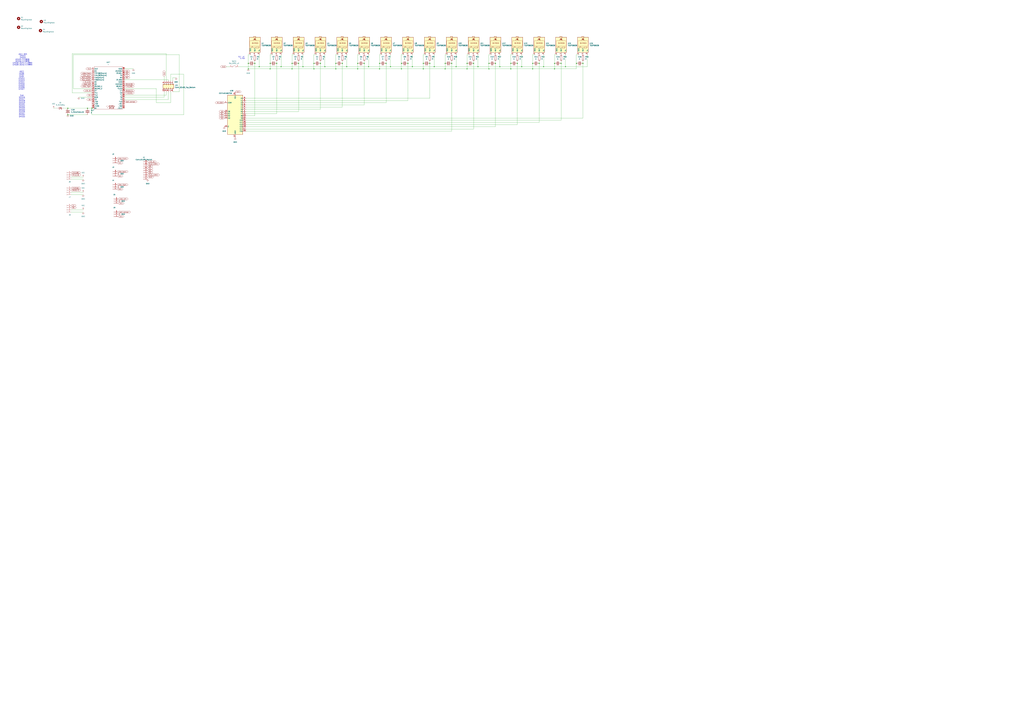
<source format=kicad_sch>
(kicad_sch (version 20250114) (generator "eeschema") (generator_version "9.0")
  (paper "A0")
  (text "ADC1 系列\nGPIO32\nGPIO33\nGPIO34（入力専用）\nGPIO35（入力専用）\nGPIO36 (SVP)（入力専用）\nGPIO39 (SVN)（入力専用）" (at 26.416 69.342 0) (effects (font (size 1.27 1.27))))
  (text "0.1	uF" (at 280.416 66.04 0) (effects (font (size 1.27 1.27))))
  (text "ADC2\nGPIO0\nGPIO2\nGPIO4\nGPIO12\nGPIO13\nGPIO14\nGPIO15\nGPIO25\nGPIO26\nGPIO27" (at 25.146 93.472 0) (effects (font (size 1.27 1.27))))
  (text "4.7kΩ" (at 281.432 68.072 0) (effects (font (size 1.27 1.27))))
  (text "PWM\nGPIO16\nGPIO17\nGPIO18\nGPIO19\nGPIO21\nGPIO22\nGPIO23\nGPIO25\nGPIO26\nGPIO27\nGPIO32\nGPIO33" (at 25.4 123.444 0) (effects (font (size 1.27 1.27))))
  (junction (at 600.71 73.66))
  (junction (at 397.51 73.66))
  (junction (at 415.29 73.66))
  (junction (at 106.68 125.73))
  (junction (at 295.91 73.66))
  (junction (at 542.29 80.01))
  (junction (at 389.89 73.66))
  (junction (at 466.09 73.66))
  (junction (at 326.39 77.47))
  (junction (at 339.09 73.66))
  (junction (at 402.59 77.47))
  (junction (at 516.89 80.01))
  (junction (at 669.29 73.66))
  (junction (at 389.89 80.01))
  (junction (at 101.6 125.73))
  (junction (at 626.11 73.66))
  (junction (at 656.59 77.47))
  (junction (at 313.69 73.66))
  (junction (at 321.31 73.66))
  (junction (at 643.89 73.66))
  (junction (at 300.99 77.47))
  (junction (at 554.99 77.47))
  (junction (at 651.51 73.66))
  (junction (at 346.71 73.66))
  (junction (at 499.11 73.66))
  (junction (at 313.69 80.01))
  (junction (at 567.69 73.66))
  (junction (at 78.74 133.35))
  (junction (at 631.19 77.47))
  (junction (at 580.39 77.47))
  (junction (at 605.79 77.47))
  (junction (at 364.49 73.66))
  (junction (at 504.19 77.47))
  (junction (at 288.29 73.66))
  (junction (at 542.29 73.66))
  (junction (at 288.29 80.01))
  (junction (at 78.74 125.73))
  (junction (at 491.49 80.01))
  (junction (at 593.09 73.66))
  (junction (at 478.79 77.47))
  (junction (at 643.89 80.01))
  (junction (at 676.91 73.66))
  (junction (at 422.91 73.66))
  (junction (at 448.31 73.66))
  (junction (at 593.09 80.01))
  (junction (at 529.59 77.47))
  (junction (at 549.91 73.66))
  (junction (at 372.11 73.66))
  (junction (at 466.09 80.01))
  (junction (at 491.49 73.66))
  (junction (at 364.49 80.01))
  (junction (at 440.69 73.66))
  (junction (at 516.89 73.66))
  (junction (at 415.29 80.01))
  (junction (at 575.31 73.66))
  (junction (at 351.79 77.47))
  (junction (at 339.09 80.01))
  (junction (at 524.51 73.66))
  (junction (at 453.39 77.47))
  (junction (at 618.49 73.66))
  (junction (at 618.49 80.01))
  (junction (at 377.19 77.47))
  (junction (at 440.69 80.01))
  (junction (at 473.71 73.66))
  (junction (at 427.99 77.47))
  (junction (at 567.69 80.01))
  (wire (pts (xy 392.43 63.5) (xy 389.89 63.5)))
  (wire (pts (xy 529.59 63.5) (xy 529.59 77.47)))
  (wire (pts (xy 643.89 63.5) (xy 643.89 73.66)))
  (wire (pts (xy 605.79 63.5) (xy 605.79 77.47)))
  (wire (pts (xy 372.11 127) (xy 372.11 73.66)))
  (wire (pts (xy 295.91 134.62) (xy 295.91 73.66)))
  (wire (pts (xy 326.39 77.47) (xy 351.79 77.47)))
  (wire (pts (xy 567.69 63.5) (xy 567.69 73.66)))
  (wire (pts (xy 570.23 63.5) (xy 567.69 63.5)))
  (wire (pts (xy 321.31 71.12) (xy 321.31 73.66)))
  (wire (pts (xy 285.75 132.08) (xy 321.31 132.08)))
  (wire (pts (xy 208.28 106.68) (xy 200.66 106.68)))
  (wire (pts (xy 402.59 63.5) (xy 402.59 77.47)))
  (wire (pts (xy 285.75 147.32) (xy 575.31 147.32)))
  (wire (pts (xy 106.68 102.87) (xy 85.09 102.87)))
  (wire (pts (xy 82.55 243.84) (xy 96.52 243.84)))
  (wire (pts (xy 339.09 63.5) (xy 339.09 73.66)))
  (wire (pts (xy 377.19 77.47) (xy 402.59 77.47)))
  (wire (pts (xy 593.09 73.66) (xy 593.09 80.01)))
  (wire (pts (xy 200.66 93.98) (xy 200.66 90.17)))
  (wire (pts (xy 554.99 77.47) (xy 580.39 77.47)))
  (wire (pts (xy 499.11 71.12) (xy 499.11 73.66)))
  (wire (pts (xy 190.5 106.68) (xy 190.5 113.03)))
  (wire (pts (xy 154.94 80.01) (xy 144.78 80.01)))
  (wire (pts (xy 651.51 71.12) (xy 651.51 73.66)))
  (wire (pts (xy 618.49 63.5) (xy 618.49 73.66)))
  (wire (pts (xy 519.43 63.5) (xy 516.89 63.5)))
  (wire (pts (xy 144.78 92.71) (xy 195.58 92.71)))
  (wire (pts (xy 466.09 73.66) (xy 466.09 80.01)))
  (wire (pts (xy 193.04 62.23) (xy 193.04 93.98)))
  (wire (pts (xy 276.86 77.47) (xy 300.99 77.47)))
  (wire (pts (xy 402.59 77.47) (xy 427.99 77.47)))
  (wire (pts (xy 389.89 80.01) (xy 415.29 80.01)))
  (wire (pts (xy 285.75 139.7) (xy 651.51 139.7)))
  (wire (pts (xy 415.29 73.66) (xy 415.29 80.01)))
  (wire (pts (xy 643.89 80.01) (xy 669.29 80.01)))
  (wire (pts (xy 478.79 63.5) (xy 478.79 77.47)))
  (wire (pts (xy 285.75 142.24) (xy 626.11 142.24)))
  (wire (pts (xy 285.75 116.84) (xy 473.71 116.84)))
  (wire (pts (xy 213.36 133.35) (xy 106.68 133.35)))
  (wire (pts (xy 417.83 63.5) (xy 415.29 63.5)))
  (wire (pts (xy 656.59 63.5) (xy 656.59 77.47)))
  (wire (pts (xy 580.39 77.47) (xy 605.79 77.47)))
  (wire (pts (xy 195.58 92.71) (xy 195.58 93.98)))
  (wire (pts (xy 285.75 119.38) (xy 448.31 119.38)))
  (wire (pts (xy 351.79 63.5) (xy 351.79 77.47)))
  (wire (pts (xy 448.31 71.12) (xy 448.31 73.66)))
  (wire (pts (xy 626.11 71.12) (xy 626.11 73.66)))
  (wire (pts (xy 285.75 114.3) (xy 499.11 114.3)))
  (wire (pts (xy 549.91 149.86) (xy 549.91 73.66)))
  (wire (pts (xy 285.75 137.16) (xy 676.91 137.16)))
  (wire (pts (xy 440.69 63.5) (xy 440.69 73.66)))
  (wire (pts (xy 285.75 121.92) (xy 422.91 121.92)))
  (wire (pts (xy 567.69 73.66) (xy 567.69 80.01)))
  (wire (pts (xy 91.44 113.03) (xy 106.68 113.03)))
  (wire (pts (xy 593.09 63.5) (xy 593.09 73.66)))
  (wire (pts (xy 516.89 80.01) (xy 542.29 80.01)))
  (wire (pts (xy 339.09 73.66) (xy 339.09 80.01)))
  (wire (pts (xy 516.89 63.5) (xy 516.89 73.66)))
  (wire (pts (xy 285.75 144.78) (xy 600.71 144.78)))
  (wire (pts (xy 529.59 77.47) (xy 554.99 77.47)))
  (wire (pts (xy 669.29 63.5) (xy 669.29 73.66)))
  (wire (pts (xy 198.12 93.98) (xy 198.12 86.36)))
  (wire (pts (xy 285.75 124.46) (xy 397.51 124.46)))
  (wire (pts (xy 389.89 73.66) (xy 389.89 80.01)))
  (wire (pts (xy 524.51 73.66) (xy 524.51 152.4)))
  (wire (pts (xy 595.63 63.5) (xy 593.09 63.5)))
  (wire (pts (xy 285.75 149.86) (xy 549.91 149.86)))
  (wire (pts (xy 377.19 63.5) (xy 377.19 77.47)))
  (wire (pts (xy 549.91 71.12) (xy 549.91 73.66)))
  (wire (pts (xy 346.71 129.54) (xy 346.71 73.66)))
  (wire (pts (xy 491.49 80.01) (xy 516.89 80.01)))
  (wire (pts (xy 656.59 77.47) (xy 681.99 77.47)))
  (wire (pts (xy 618.49 80.01) (xy 643.89 80.01)))
  (wire (pts (xy 499.11 114.3) (xy 499.11 73.66)))
  (wire (pts (xy 542.29 80.01) (xy 567.69 80.01)))
  (wire (pts (xy 339.09 63.5) (xy 341.63 63.5)))
  (wire (pts (xy 288.29 63.5) (xy 288.29 73.66)))
  (wire (pts (xy 82.55 226.06) (xy 96.52 226.06)))
  (wire (pts (xy 567.69 80.01) (xy 593.09 80.01)))
  (wire (pts (xy 491.49 73.66) (xy 491.49 80.01)))
  (wire (pts (xy 397.51 73.66) (xy 397.51 124.46)))
  (wire (pts (xy 193.04 110.49) (xy 193.04 106.68)))
  (wire (pts (xy 580.39 63.5) (xy 580.39 77.47)))
  (wire (pts (xy 415.29 80.01) (xy 440.69 80.01)))
  (wire (pts (xy 144.78 110.49) (xy 193.04 110.49)))
  (wire (pts (xy 542.29 63.5) (xy 542.29 73.66)))
  (wire (pts (xy 190.5 113.03) (xy 144.78 113.03)))
  (wire (pts (xy 448.31 119.38) (xy 448.31 73.66)))
  (wire (pts (xy 621.03 63.5) (xy 618.49 63.5)))
  (wire (pts (xy 600.71 71.12) (xy 600.71 73.66)))
  (wire (pts (xy 313.69 80.01) (xy 339.09 80.01)))
  (wire (pts (xy 440.69 80.01) (xy 466.09 80.01)))
  (wire (pts (xy 646.43 63.5) (xy 643.89 63.5)))
  (wire (pts (xy 313.69 73.66) (xy 313.69 80.01)))
  (wire (pts (xy 295.91 73.66) (xy 295.91 71.12)))
  (wire (pts (xy 208.28 63.5) (xy 208.28 106.68)))
  (wire (pts (xy 364.49 73.66) (xy 364.49 80.01)))
  (wire (pts (xy 504.19 77.47) (xy 529.59 77.47)))
  (wire (pts (xy 542.29 73.66) (xy 542.29 80.01)))
  (wire (pts (xy 285.75 129.54) (xy 346.71 129.54)))
  (wire (pts (xy 516.89 73.66) (xy 516.89 80.01)))
  (wire (pts (xy 422.91 71.12) (xy 422.91 73.66)))
  (wire (pts (xy 285.75 127) (xy 372.11 127)))
  (wire (pts (xy 575.31 147.32) (xy 575.31 73.66)))
  (wire (pts (xy 300.99 77.47) (xy 326.39 77.47)))
  (wire (pts (xy 82.55 223.52) (xy 96.52 223.52)))
  (wire (pts (xy 190.5 88.9) (xy 190.5 93.98)))
  (wire (pts (xy 200.66 90.17) (xy 204.47 90.17)))
  (wire (pts (xy 676.91 137.16) (xy 676.91 73.66)))
  (wire (pts (xy 466.09 63.5) (xy 466.09 73.66)))
  (wire (pts (xy 213.36 86.36) (xy 213.36 133.35)))
  (wire (pts (xy 427.99 77.47) (xy 453.39 77.47)))
  (wire (pts (xy 631.19 63.5) (xy 631.19 77.47)))
  (wire (pts (xy 144.78 102.87) (xy 181.61 102.87)))
  (wire (pts (xy 618.49 73.66) (xy 618.49 80.01)))
  (wire (pts (xy 300.99 63.5) (xy 300.99 77.47)))
  (wire (pts (xy 73.66 125.73) (xy 78.74 125.73)))
  (wire (pts (xy 181.61 102.87) (xy 181.61 119.38)))
  (wire (pts (xy 106.68 133.35) (xy 106.68 125.73)))
  (wire (pts (xy 473.71 71.12) (xy 473.71 73.66)))
  (wire (pts (xy 101.6 125.73) (xy 106.68 125.73)))
  (wire (pts (xy 524.51 71.12) (xy 524.51 73.66)))
  (wire (pts (xy 83.82 107.95) (xy 83.82 62.23)))
  (wire (pts (xy 62.23 125.73) (xy 66.04 125.73)))
  (wire (pts (xy 285.75 152.4) (xy 524.51 152.4)))
  (wire (pts (xy 198.12 119.38) (xy 198.12 106.68)))
  (wire (pts (xy 676.91 71.12) (xy 676.91 73.66)))
  (wire (pts (xy 198.12 86.36) (xy 213.36 86.36)))
  (wire (pts (xy 468.63 63.5) (xy 466.09 63.5)))
  (wire (pts (xy 82.55 246.38) (xy 96.52 246.38)))
  (wire (pts (xy 181.61 119.38) (xy 198.12 119.38)))
  (wire (pts (xy 364.49 63.5) (xy 364.49 73.66)))
  (wire (pts (xy 473.71 116.84) (xy 473.71 73.66)))
  (wire (pts (xy 605.79 77.47) (xy 631.19 77.47)))
  (wire (pts (xy 593.09 80.01) (xy 618.49 80.01)))
  (wire (pts (xy 427.99 63.5) (xy 427.99 77.47)))
  (wire (pts (xy 346.71 71.12) (xy 346.71 73.66)))
  (wire (pts (xy 453.39 63.5) (xy 453.39 77.47)))
  (wire (pts (xy 669.29 73.66) (xy 669.29 80.01)))
  (wire (pts (xy 478.79 77.47) (xy 504.19 77.47)))
  (wire (pts (xy 326.39 63.5) (xy 326.39 77.47)))
  (wire (pts (xy 397.51 71.12) (xy 397.51 73.66)))
  (wire (pts (xy 364.49 80.01) (xy 389.89 80.01)))
  (wire (pts (xy 389.89 63.5) (xy 389.89 73.66)))
  (wire (pts (xy 285.75 134.62) (xy 295.91 134.62)))
  (wire (pts (xy 82.55 208.28) (xy 96.52 208.28)))
  (wire (pts (xy 313.69 63.5) (xy 316.23 63.5)))
  (wire (pts (xy 544.83 63.5) (xy 542.29 63.5)))
  (wire (pts (xy 643.89 73.66) (xy 643.89 80.01)))
  (wire (pts (xy 600.71 144.78) (xy 600.71 73.66)))
  (wire (pts (xy 631.19 77.47) (xy 656.59 77.47)))
  (wire (pts (xy 681.99 77.47) (xy 681.99 63.5)))
  (wire (pts (xy 85.09 102.87) (xy 85.09 63.5)))
  (wire (pts (xy 106.68 107.95) (xy 83.82 107.95)))
  (wire (pts (xy 422.91 121.92) (xy 422.91 73.66)))
  (wire (pts (xy 78.74 125.73) (xy 101.6 125.73)))
  (wire (pts (xy 415.29 63.5) (xy 415.29 73.66)))
  (wire (pts (xy 82.55 205.74) (xy 96.52 205.74)))
  (wire (pts (xy 288.29 63.5) (xy 290.83 63.5)))
  (wire (pts (xy 575.31 71.12) (xy 575.31 73.66)))
  (wire (pts (xy 195.58 106.68) (xy 195.58 115.57)))
  (wire (pts (xy 288.29 80.01) (xy 288.29 73.66)))
  (wire (pts (xy 453.39 77.47) (xy 478.79 77.47)))
  (wire (pts (xy 313.69 80.01) (xy 288.29 80.01)))
  (wire (pts (xy 78.74 133.35) (xy 101.6 133.35)))
  (wire (pts (xy 494.03 63.5) (xy 491.49 63.5)))
  (wire (pts (xy 321.31 132.08) (xy 321.31 73.66)))
  (wire (pts (xy 339.09 80.01) (xy 364.49 80.01)))
  (wire (pts (xy 466.09 80.01) (xy 491.49 80.01)))
  (wire (pts (xy 144.78 115.57) (xy 195.58 115.57)))
  (wire (pts (xy 651.51 139.7) (xy 651.51 73.66)))
  (wire (pts (xy 372.11 71.12) (xy 372.11 73.66)))
  (wire (pts (xy 83.82 62.23) (xy 193.04 62.23)))
  (wire (pts (xy 313.69 63.5) (xy 313.69 73.66)))
  (wire (pts (xy 351.79 77.47) (xy 377.19 77.47)))
  (wire (pts (xy 85.09 63.5) (xy 208.28 63.5)))
  (wire (pts (xy 669.29 63.5) (xy 671.83 63.5)))
  (wire (pts (xy 554.99 63.5) (xy 554.99 77.47)))
  (wire (pts (xy 262.89 77.47) (xy 266.7 77.47)))
  (wire (pts (xy 443.23 63.5) (xy 440.69 63.5)))
  (wire (pts (xy 504.19 63.5) (xy 504.19 77.47)))
  (wire (pts (xy 367.03 63.5) (xy 364.49 63.5)))
  (wire (pts (xy 626.11 142.24) (xy 626.11 73.66)))
  (wire (pts (xy 440.69 73.66) (xy 440.69 80.01)))
  (wire (pts (xy 491.49 63.5) (xy 491.49 73.66)))
  (global_label "3v3" (shape bidirectional) (at 135.89 204.47 0) (property "Intersheetrefs" "${INTERSHEET_REFS}" (effects (hide yes))))
  (global_label "3v3" (shape bidirectional) (at 135.89 219.71 0) (property "Intersheetrefs" "${INTERSHEET_REFS}" (effects (hide yes))))
  (global_label "TX2(16)" (shape bidirectional) (at 144.78 107.95 0) (property "Intersheetrefs" "${INTERSHEET_REFS}" (effects (hide yes))))
  (global_label "side_left" (shape bidirectional) (at 137.16 231.14 0) (property "Intersheetrefs" "${INTERSHEET_REFS}" (effects (hide yes))))
  (global_label "S0" (shape bidirectional) (at 171.45 193.04 0) (property "Intersheetrefs" "${INTERSHEET_REFS}" (effects (hide yes))))
  (global_label "IR_COM" (shape bidirectional) (at 106.68 95.25 180) (property "Intersheetrefs" "${INTERSHEET_REFS}" (effects (hide yes))))
  (global_label "LED_IO" (shape bidirectional) (at 106.68 105.41 180) (property "Intersheetrefs" "${INTERSHEET_REFS}" (effects (hide yes))))
  (global_label "S0" (shape bidirectional) (at 260.35 129.54 180) (property "Intersheetrefs" "${INTERSHEET_REFS}" (effects (hide yes))))
  (global_label "S3" (shape bidirectional) (at 171.45 200.66 0) (property "Intersheetrefs" "${INTERSHEET_REFS}" (effects (hide yes))))
  (global_label "ball_sensor" (shape bidirectional) (at 144.78 118.11 0) (property "Intersheetrefs" "${INTERSHEET_REFS}" (effects (hide yes))))
  (global_label "RX2(17)" (shape bidirectional) (at 144.78 105.41 0) (property "Intersheetrefs" "${INTERSHEET_REFS}" (effects (hide yes))))
  (global_label "3v3" (shape bidirectional) (at 171.45 205.74 0) (property "Intersheetrefs" "${INTERSHEET_REFS}" (effects (hide yes))))
  (global_label "3v3" (shape bidirectional) (at 137.16 236.22 0) (property "Intersheetrefs" "${INTERSHEET_REFS}" (effects (hide yes))))
  (global_label "3v3" (shape bidirectional) (at 190.5 88.9 90) (property "Intersheetrefs" "${INTERSHEET_REFS}" (effects (hide yes))))
  (global_label "MUX_COM2" (shape bidirectional) (at 171.45 203.2 0) (property "Intersheetrefs" "${INTERSHEET_REFS}" (effects (hide yes))))
  (global_label "3v3" (shape bidirectional) (at 262.89 77.47 180) (property "Intersheetrefs" "${INTERSHEET_REFS}" (effects (hide yes))))
  (global_label "TX1(18)" (shape bidirectional) (at 144.78 100.33 0) (property "Intersheetrefs" "${INTERSHEET_REFS}" (effects (hide yes))))
  (global_label "3v3" (shape bidirectional) (at 135.89 189.23 0) (property "Intersheetrefs" "${INTERSHEET_REFS}" (effects (hide yes))))
  (global_label "S3" (shape bidirectional) (at 144.78 82.55 0) (property "Intersheetrefs" "${INTERSHEET_REFS}" (effects (hide yes))))
  (global_label "RX1(19)" (shape bidirectional) (at 82.55 203.2 0) (property "Intersheetrefs" "${INTERSHEET_REFS}" (effects (hide yes))))
  (global_label "side_back" (shape bidirectional) (at 106.68 87.63 180) (property "Intersheetrefs" "${INTERSHEET_REFS}" (effects (hide yes))))
  (global_label "side_left" (shape bidirectional) (at 106.68 97.79 180) (property "Intersheetrefs" "${INTERSHEET_REFS}" (effects (hide yes))))
  (global_label "side_back" (shape bidirectional) (at 135.89 199.39 0) (property "Intersheetrefs" "${INTERSHEET_REFS}" (effects (hide yes))))
  (global_label "S2" (shape bidirectional) (at 171.45 198.12 0) (property "Intersheetrefs" "${INTERSHEET_REFS}" (effects (hide yes))))
  (global_label "RX" (shape bidirectional) (at 144.78 90.17 0) (property "Intersheetrefs" "${INTERSHEET_REFS}" (effects (hide yes))))
  (global_label "3v3" (shape bidirectional) (at 137.16 251.46 0) (property "Intersheetrefs" "${INTERSHEET_REFS}" (effects (hide yes))))
  (global_label "S0" (shape bidirectional) (at 106.68 115.57 180) (property "Intersheetrefs" "${INTERSHEET_REFS}" (effects (hide yes))))
  (global_label "TX" (shape bidirectional) (at 144.78 87.63 0) (property "Intersheetrefs" "${INTERSHEET_REFS}" (effects (hide yes))))
  (global_label "S2" (shape bidirectional) (at 260.35 134.62 180) (property "Intersheetrefs" "${INTERSHEET_REFS}" (effects (hide yes))))
  (global_label "TX" (shape bidirectional) (at 82.55 238.76 0) (property "Intersheetrefs" "${INTERSHEET_REFS}" (effects (hide yes))))
  (global_label "side_front" (shape bidirectional) (at 106.68 85.09 180) (property "Intersheetrefs" "${INTERSHEET_REFS}" (effects (hide yes))))
  (global_label "3v3" (shape bidirectional) (at 106.68 80.01 180) (property "Intersheetrefs" "${INTERSHEET_REFS}" (effects (hide yes))))
  (global_label "MUX_COM1" (shape bidirectional) (at 171.45 190.5 0) (property "Intersheetrefs" "${INTERSHEET_REFS}" (effects (hide yes))))
  (global_label "LED_IO" (shape bidirectional) (at 171.45 187.96 0) (property "Intersheetrefs" "${INTERSHEET_REFS}" (effects (hide yes))))
  (global_label "S2" (shape bidirectional) (at 144.78 85.09 0) (property "Intersheetrefs" "${INTERSHEET_REFS}" (effects (hide yes))))
  (global_label "RX2(17)" (shape bidirectional) (at 82.55 220.98 0) (property "Intersheetrefs" "${INTERSHEET_REFS}" (effects (hide yes))))
  (global_label "MUX_COM2" (shape bidirectional) (at 106.68 90.17 180) (property "Intersheetrefs" "${INTERSHEET_REFS}" (effects (hide yes))))
  (global_label "TX1(18)" (shape bidirectional) (at 82.55 200.66 0) (property "Intersheetrefs" "${INTERSHEET_REFS}" (effects (hide yes))))
  (global_label "S1" (shape bidirectional) (at 106.68 110.49 180) (property "Intersheetrefs" "${INTERSHEET_REFS}" (effects (hide yes))))
  (global_label "side_right" (shape bidirectional) (at 106.68 100.33 180) (property "Intersheetrefs" "${INTERSHEET_REFS}" (effects (hide yes))))
  (global_label "S3" (shape bidirectional) (at 260.35 137.16 180) (property "Intersheetrefs" "${INTERSHEET_REFS}" (effects (hide yes))))
  (global_label "RX1(19)" (shape bidirectional) (at 144.78 97.79 0) (property "Intersheetrefs" "${INTERSHEET_REFS}" (effects (hide yes))))
  (global_label "IR_COM" (shape bidirectional) (at 260.35 119.38 180) (property "Intersheetrefs" "${INTERSHEET_REFS}" (effects (hide yes))))
  (global_label "TX2(16)" (shape bidirectional) (at 82.55 218.44 0) (property "Intersheetrefs" "${INTERSHEET_REFS}" (effects (hide yes))))
  (global_label "side_right" (shape bidirectional) (at 135.89 214.63 0) (property "Intersheetrefs" "${INTERSHEET_REFS}" (effects (hide yes))))
  (global_label "RX" (shape bidirectional) (at 82.55 241.3 0) (property "Intersheetrefs" "${INTERSHEET_REFS}" (effects (hide yes))))
  (global_label "ball_sensor" (shape bidirectional) (at 137.16 246.38 0) (property "Intersheetrefs" "${INTERSHEET_REFS}" (effects (hide yes))))
  (global_label "3v3" (shape bidirectional) (at 273.05 106.68 0) (property "Intersheetrefs" "${INTERSHEET_REFS}" (effects (hide yes))))
  (global_label "S1" (shape bidirectional) (at 260.35 132.08 180) (property "Intersheetrefs" "${INTERSHEET_REFS}" (effects (hide yes))))
  (global_label "S1" (shape bidirectional) (at 171.45 195.58 0) (property "Intersheetrefs" "${INTERSHEET_REFS}" (effects (hide yes))))
  (global_label "side_front" (shape bidirectional) (at 135.89 184.15 0) (property "Intersheetrefs" "${INTERSHEET_REFS}" (effects (hide yes))))
  (global_label "MUX_COM1" (shape bidirectional) (at 106.68 92.71 180) (property "Intersheetrefs" "${INTERSHEET_REFS}" (effects (hide yes))))
  (symbol (lib_id "Sensor_Proximity:TSSP58038") (at 321.31 53.34 270) (unit 1)
    (property "Reference" "U2" (at 328.93 50.3349 90) (effects (justify left)))
    (property "Value" "TSSP58038" (at 328.93 52.8749 90) (effects (justify left)))
    (property "Footprint" "ESP32_devModule:TSSP_EDITED" (effects (hide yes)))
    (property "Datasheet" "http://www.vishay.com/docs/82476/tssp58p38.pdf" (effects (hide yes)))
    (property "Description" "IR Detector for Mid Range Proximity Sensor" (effects (hide yes)))
  )
  (symbol (lib_id "Sensor_Proximity:TSSP58038") (at 372.11 53.34 270) (unit 1)
    (property "Reference" "U4" (at 379.73 50.3349 90) (effects (justify left)))
    (property "Value" "TSSP58038" (at 379.73 52.8749 90) (effects (justify left)))
    (property "Footprint" "ESP32_devModule:TSSP_EDITED" (effects (hide yes)))
    (property "Datasheet" "http://www.vishay.com/docs/82476/tssp58p38.pdf" (effects (hide yes)))
    (property "Description" "IR Detector for Mid Range Proximity Sensor" (effects (hide yes)))
  )
  (symbol (lib_id "Device:R") (at 295.91 67.31 0) (unit 1)
    (property "Reference" "R1" (at 298.45 66.0399 0) (effects (justify left)))
    (property "Value" "R" (at 298.45 68.5799 0) (effects (justify left)))
    (property "Footprint" "Resistor_SMD:R_0603_1608Metric_Pad0.98x0.95mm_HandSolder" (effects (hide yes)))
    (property "Description" "Resistor" (effects (hide yes)))
  )
  (symbol (lib_id "power:GND") (at 204.47 90.17 0) (unit 1)
    (property "Reference" "#PWR020" (effects (hide yes)))
    (property "Value" "GND" (at 204.47 95.25 0))
    (property "Description" "Power symbol creates a global label with name \"GND\" , ground" (effects (hide yes)))
  )
  (symbol (lib_id "Connector:Conn_01x03_Socket") (at 130.81 186.69 180) (unit 1)
    (property "Reference" "J2" (at 131.445 179.07 0))
    (property "Value" "Conn_01x03_Socket" (effects (hide yes)))
    (property "Footprint" "Connector_JST:JST_PH_B3B-PH-K_1x03_P2.00mm_Vertical" (effects (hide yes)))
    (property "Description" "Generic connector, single row, 01x03, script generated" (effects (hide yes)))
  )
  (symbol (lib_id "Device:C") (at 546.1 73.66 270) (unit 1)
    (property "Reference" "C11" (at 546.1 66.04 90))
    (property "Value" "C" (at 546.1 68.58 90))
    (property "Footprint" "Capacitor_SMD:C_0603_1608Metric_Pad1.08x0.95mm_HandSolder" (effects (hide yes)))
    (property "Description" "Unpolarized capacitor" (effects (hide yes)))
  )
  (symbol (lib_id "Sensor_Proximity:TSSP58038") (at 448.31 53.34 270) (unit 1)
    (property "Reference" "U7" (at 455.93 50.3349 90) (effects (justify left)))
    (property "Value" "TSSP58038" (at 455.93 52.8749 90) (effects (justify left)))
    (property "Footprint" "ESP32_devModule:TSSP_EDITED" (effects (hide yes)))
    (property "Datasheet" "http://www.vishay.com/docs/82476/tssp58p38.pdf" (effects (hide yes)))
    (property "Description" "IR Detector for Mid Range Proximity Sensor" (effects (hide yes)))
  )
  (symbol (lib_id "power:GND") (at 96.52 246.38 0) (unit 1)
    (property "Reference" "#PWR010" (effects (hide yes)))
    (property "Value" "GND" (at 96.52 251.46 0))
    (property "Description" "Power symbol creates a global label with name \"GND\" , ground" (effects (hide yes)))
  )
  (symbol (lib_id "Device:R") (at 397.51 67.31 0) (unit 1)
    (property "Reference" "R5" (at 400.05 66.0399 0) (effects (justify left)))
    (property "Value" "R" (at 400.05 68.5799 0) (effects (justify left)))
    (property "Footprint" "Resistor_SMD:R_0603_1608Metric_Pad0.98x0.95mm_HandSolder" (effects (hide yes)))
    (property "Description" "Resistor" (effects (hide yes)))
  )
  (symbol (lib_id "Device:R") (at 626.11 67.31 0) (unit 1)
    (property "Reference" "R14" (at 628.65 66.0399 0) (effects (justify left)))
    (property "Value" "R" (at 628.65 68.5799 0) (effects (justify left)))
    (property "Footprint" "Resistor_SMD:R_0603_1608Metric_Pad0.98x0.95mm_HandSolder" (effects (hide yes)))
    (property "Description" "Resistor" (effects (hide yes)))
  )
  (symbol (lib_id "Device:R") (at 499.11 67.31 0) (unit 1)
    (property "Reference" "R9" (at 501.65 66.0399 0) (effects (justify left)))
    (property "Value" "R" (at 501.65 68.5799 0) (effects (justify left)))
    (property "Footprint" "Resistor_SMD:R_0603_1608Metric_Pad0.98x0.95mm_HandSolder" (effects (hide yes)))
    (property "Description" "Resistor" (effects (hide yes)))
  )
  (symbol (lib_id "power:VCC") (at 96.52 223.52 0) (unit 1)
    (property "Reference" "#PWR012" (effects (hide yes)))
    (property "Value" "VCC" (at 96.52 218.44 0))
    (property "Description" "Power symbol creates a global label with name \"VCC\"" (effects (hide yes)))
  )
  (symbol (lib_id "Switch:SW_DPST_x2") (at 271.78 77.47 0) (unit 1)
    (property "Reference" "SW1" (at 271.78 71.12 0))
    (property "Value" "SW_DPST_x2" (at 271.78 73.66 0))
    (property "Footprint" "Connector_PinHeader_2.54mm:PinHeader_1x03_P2.54mm_Vertical" (effects (hide yes)))
    (property "Description" "Single Pole Single Throw (SPST) switch, separate symbol" (effects (hide yes)))
  )
  (symbol (lib_id "Device:R") (at 422.91 67.31 0) (unit 1)
    (property "Reference" "R6" (at 425.45 66.0399 0) (effects (justify left)))
    (property "Value" "R" (at 425.45 68.5799 0) (effects (justify left)))
    (property "Footprint" "Resistor_SMD:R_0603_1608Metric_Pad0.98x0.95mm_HandSolder" (effects (hide yes)))
    (property "Description" "Resistor" (effects (hide yes)))
  )
  (symbol (lib_id "ESP32_devModule:ESP32") (at 125.73 102.87 0) (unit 1)
    (property "Reference" "U17" (at 125.73 72.39 0))
    (property "Value" "~" (at 125.73 74.93 0))
    (property "Footprint" "ESP32_devModule:ESP32_devModule" (effects (hide yes)))
  )
  (symbol (lib_id "Device:C") (at 317.5 73.66 270) (unit 1)
    (property "Reference" "C2" (at 317.5 66.04 90))
    (property "Value" "C" (at 317.5 68.58 90))
    (property "Footprint" "Capacitor_SMD:C_0603_1608Metric_Pad1.08x0.95mm_HandSolder" (effects (hide yes)))
    (property "Description" "Unpolarized capacitor" (effects (hide yes)))
  )
  (symbol (lib_id "Device:C") (at 673.1 73.66 270) (unit 1)
    (property "Reference" "C16" (at 673.1 66.04 90))
    (property "Value" "C" (at 673.1 68.58 90))
    (property "Footprint" "Capacitor_SMD:C_0603_1608Metric_Pad1.08x0.95mm_HandSolder" (effects (hide yes)))
    (property "Description" "Unpolarized capacitor" (effects (hide yes)))
  )
  (symbol (lib_id "Sensor_Proximity:TSSP58038") (at 575.31 53.34 270) (unit 1)
    (property "Reference" "U12" (at 582.93 50.3349 90) (effects (justify left)))
    (property "Value" "TSSP58038" (at 582.93 52.8749 90) (effects (justify left)))
    (property "Footprint" "ESP32_devModule:TSSP_EDITED" (effects (hide yes)))
    (property "Datasheet" "http://www.vishay.com/docs/82476/tssp58p38.pdf" (effects (hide yes)))
    (property "Description" "IR Detector for Mid Range Proximity Sensor" (effects (hide yes)))
  )
  (symbol (lib_id "Sensor_Proximity:TSSP58038") (at 346.71 53.34 270) (unit 1)
    (property "Reference" "U3" (at 354.33 50.3349 90) (effects (justify left)))
    (property "Value" "TSSP58038" (at 354.33 52.8749 90) (effects (justify left)))
    (property "Footprint" "ESP32_devModule:TSSP_EDITED" (effects (hide yes)))
    (property "Datasheet" "http://www.vishay.com/docs/82476/tssp58p38.pdf" (effects (hide yes)))
    (property "Description" "IR Detector for Mid Range Proximity Sensor" (effects (hide yes)))
  )
  (symbol (lib_id "Sensor_Proximity:TSSP58038") (at 295.91 53.34 270) (unit 1)
    (property "Reference" "U1" (at 303.53 50.3349 90) (effects (justify left)))
    (property "Value" "TSSP58038" (at 303.53 52.8749 90) (effects (justify left)))
    (property "Footprint" "ESP32_devModule:TSSP_EDITED" (effects (hide yes)))
    (property "Datasheet" "http://www.vishay.com/docs/82476/tssp58p38.pdf" (effects (hide yes)))
    (property "Description" "IR Detector for Mid Range Proximity Sensor" (effects (hide yes)))
  )
  (symbol (lib_id "Device:R") (at 600.71 67.31 0) (unit 1)
    (property "Reference" "R13" (at 603.25 66.0399 0) (effects (justify left)))
    (property "Value" "R" (at 603.25 68.5799 0) (effects (justify left)))
    (property "Footprint" "Resistor_SMD:R_0603_1608Metric_Pad0.98x0.95mm_HandSolder" (effects (hide yes)))
    (property "Description" "Resistor" (effects (hide yes)))
  )
  (symbol (lib_id "Sensor_Proximity:TSSP58038") (at 397.51 53.34 270) (unit 1)
    (property "Reference" "U5" (at 405.13 50.3349 90) (effects (justify left)))
    (property "Value" "TSSP58038" (at 405.13 52.8749 90) (effects (justify left)))
    (property "Footprint" "ESP32_devModule:TSSP_EDITED" (effects (hide yes)))
    (property "Datasheet" "http://www.vishay.com/docs/82476/tssp58p38.pdf" (effects (hide yes)))
    (property "Description" "IR Detector for Mid Range Proximity Sensor" (effects (hide yes)))
  )
  (symbol (lib_id "power:VCC") (at 96.52 243.84 0) (unit 1)
    (property "Reference" "#PWR013" (effects (hide yes)))
    (property "Value" "VCC" (at 96.52 238.76 0))
    (property "Description" "Power symbol creates a global label with name \"VCC\"" (effects (hide yes)))
  )
  (symbol (lib_id "Device:R") (at 372.11 67.31 0) (unit 1)
    (property "Reference" "R4" (at 374.65 66.0399 0) (effects (justify left)))
    (property "Value" "R" (at 374.65 68.5799 0) (effects (justify left)))
    (property "Footprint" "Resistor_SMD:R_0603_1608Metric_Pad0.98x0.95mm_HandSolder" (effects (hide yes)))
    (property "Description" "Resistor" (effects (hide yes)))
  )
  (symbol (lib_id "power:GND") (at 260.35 147.32 0) (unit 1)
    (property "Reference" "#PWR06" (effects (hide yes)))
    (property "Value" "GND" (at 260.35 152.4 0))
    (property "Description" "Power symbol creates a global label with name \"GND\" , ground" (effects (hide yes)))
  )
  (symbol (lib_id "Connector_Generic:Conn_02x05_Top_Bottom") (at 195.58 99.06 270) (unit 1)
    (property "Reference" "J11" (at 203.2 99.0599 90) (effects (justify left)))
    (property "Value" "Conn_02x05_Top_Bottom" (at 203.2 101.5999 90) (effects (justify left)))
    (property "Footprint" "Connector_PinHeader_2.54mm:PinHeader_2x05_P2.54mm_Vertical" (effects (hide yes)))
    (property "Description" "Generic connector, double row, 02x05, top/bottom pin numbering scheme (row 1: 1...pins_per_row, row2: pins_per_row+1 ... num_pins), script generated (kicad-library-utils/schlib/autogen/connector/)" (effects (hide yes)))
  )
  (symbol (lib_id "Device:C") (at 342.9 73.66 270) (unit 1)
    (property "Reference" "C3" (at 342.9 66.04 90))
    (property "Value" "C" (at 342.9 68.58 90))
    (property "Footprint" "Capacitor_SMD:C_0603_1608Metric_Pad1.08x0.95mm_HandSolder" (effects (hide yes)))
    (property "Description" "Unpolarized capacitor" (effects (hide yes)))
  )
  (symbol (lib_id "Connector:Conn_01x04_Socket") (at 77.47 223.52 180) (unit 1)
    (property "Reference" "J7" (at 81.026 229.108 0))
    (property "Value" "Conn_01x04_Socket" (effects (hide yes)))
    (property "Footprint" "Connector_JST:JST_PH_B4B-PH-K_1x04_P2.00mm_Vertical" (effects (hide yes)))
    (property "Description" "Generic connector, single row, 01x04, script generated" (effects (hide yes)))
  )
  (symbol (lib_id "Sensor_Proximity:TSSP58038") (at 651.51 53.34 270) (unit 1)
    (property "Reference" "U15" (at 659.13 50.3349 90) (effects (justify left)))
    (property "Value" "TSSP58038" (at 659.13 52.8749 90) (effects (justify left)))
    (property "Footprint" "ESP32_devModule:TSSP_EDITED" (effects (hide yes)))
    (property "Datasheet" "http://www.vishay.com/docs/82476/tssp58p38.pdf" (effects (hide yes)))
    (property "Description" "IR Detector for Mid Range Proximity Sensor" (effects (hide yes)))
  )
  (symbol (lib_id "Connector:Conn_01x03_Socket") (at 132.08 248.92 180) (unit 1)
    (property "Reference" "J9" (at 132.715 241.3 0))
    (property "Value" "Conn_01x03_Socket" (effects (hide yes)))
    (property "Footprint" "Connector_JST:JST_PH_B3B-PH-K_1x03_P2.00mm_Vertical" (effects (hide yes)))
    (property "Description" "Generic connector, single row, 01x03, script generated" (effects (hide yes)))
  )
  (symbol (lib_id "Mechanical:MountingHole") (at 21.59 31.75 0) (unit 1) (in_bom no)
    (property "Reference" "H2" (at 24.13 30.4799 0) (effects (justify left)))
    (property "Value" "MountingHole" (at 24.13 33.0199 0) (effects (justify left)))
    (property "Footprint" "MountingHole:MountingHole_3.2mm_M3" (effects (hide yes)))
    (property "Description" "Mounting Hole without connection" (effects (hide yes)))
  )
  (symbol (lib_id "Sensor_Proximity:TSSP58038") (at 473.71 53.34 270) (unit 1)
    (property "Reference" "U8" (at 481.33 50.3349 90) (effects (justify left)))
    (property "Value" "TSSP58038" (at 481.33 52.8749 90) (effects (justify left)))
    (property "Footprint" "ESP32_devModule:TSSP_EDITED" (effects (hide yes)))
    (property "Datasheet" "http://www.vishay.com/docs/82476/tssp58p38.pdf" (effects (hide yes)))
    (property "Description" "IR Detector for Mid Range Proximity Sensor" (effects (hide yes)))
  )
  (symbol (lib_id "power:GND") (at 288.29 80.01 0) (unit 1)
    (property "Reference" "#PWR07" (effects (hide yes)))
    (property "Value" "GND" (at 288.29 85.09 0))
    (property "Description" "Power symbol creates a global label with name \"GND\" , ground" (effects (hide yes)))
  )
  (symbol (lib_id "power:GND") (at 137.16 248.92 90) (unit 1)
    (property "Reference" "#PWR015" (effects (hide yes)))
    (property "Value" "GND" (at 140.97 248.9199 90) (effects (justify right)))
    (property "Description" "Power symbol creates a global label with name \"GND\" , ground" (effects (hide yes)))
  )
  (symbol (lib_id "Mechanical:MountingHole") (at 46.99 35.56 0) (unit 1) (in_bom no)
    (property "Reference" "H4" (at 49.53 34.2899 0) (effects (justify left)))
    (property "Value" "MountingHole" (at 49.53 36.8299 0) (effects (justify left)))
    (property "Footprint" "MountingHole:MountingHole_3.2mm_M3" (effects (hide yes)))
    (property "Description" "Mounting Hole without connection" (effects (hide yes)))
  )
  (symbol (lib_id "power:GND") (at 96.52 208.28 0) (unit 1)
    (property "Reference" "#PWR02" (effects (hide yes)))
    (property "Value" "GND" (at 96.52 213.36 0))
    (property "Description" "Power symbol creates a global label with name \"GND\" , ground" (effects (hide yes)))
  )
  (symbol (lib_id "power:VCC") (at 62.23 125.73 0) (unit 1)
    (property "Reference" "#PWR01" (effects (hide yes)))
    (property "Value" "VCC" (at 62.23 120.65 0))
    (property "Description" "Power symbol creates a global label with name \"VCC\"" (effects (hide yes)))
  )
  (symbol (lib_id "power:GND") (at 171.45 208.28 0) (unit 1)
    (property "Reference" "#PWR09" (effects (hide yes)))
    (property "Value" "GND" (at 171.45 213.36 0))
    (property "Description" "Power symbol creates a global label with name \"GND\" , ground" (effects (hide yes)))
  )
  (symbol (lib_id "Device:R") (at 651.51 67.31 0) (unit 1)
    (property "Reference" "R15" (at 654.05 66.0399 0) (effects (justify left)))
    (property "Value" "R" (at 654.05 68.5799 0) (effects (justify left)))
    (property "Footprint" "Resistor_SMD:R_0603_1608Metric_Pad0.98x0.95mm_HandSolder" (effects (hide yes)))
    (property "Description" "Resistor" (effects (hide yes)))
  )
  (symbol (lib_id "Device:R") (at 676.91 67.31 0) (unit 1)
    (property "Reference" "R16" (at 679.45 66.0399 0) (effects (justify left)))
    (property "Value" "R" (at 679.45 68.5799 0) (effects (justify left)))
    (property "Footprint" "Resistor_SMD:R_0603_1608Metric_Pad0.98x0.95mm_HandSolder" (effects (hide yes)))
    (property "Description" "Resistor" (effects (hide yes)))
  )
  (symbol (lib_id "Device:C") (at 469.9 73.66 270) (unit 1)
    (property "Reference" "C8" (at 469.9 66.04 90))
    (property "Value" "C" (at 469.9 68.58 90))
    (property "Footprint" "Capacitor_SMD:C_0603_1608Metric_Pad1.08x0.95mm_HandSolder" (effects (hide yes)))
    (property "Description" "Unpolarized capacitor" (effects (hide yes)))
  )
  (symbol (lib_id "power:GND") (at 135.89 217.17 90) (unit 1)
    (property "Reference" "#PWR014" (effects (hide yes)))
    (property "Value" "GND" (at 139.7 217.1699 90) (effects (justify right)))
    (property "Description" "Power symbol creates a global label with name \"GND\" , ground" (effects (hide yes)))
  )
  (symbol (lib_id "Device:R") (at 473.71 67.31 0) (unit 1)
    (property "Reference" "R8" (at 476.25 66.0399 0) (effects (justify left)))
    (property "Value" "R" (at 476.25 68.5799 0) (effects (justify left)))
    (property "Footprint" "Resistor_SMD:R_0603_1608Metric_Pad0.98x0.95mm_HandSolder" (effects (hide yes)))
    (property "Description" "Resistor" (effects (hide yes)))
  )
  (symbol (lib_id "74xx:CD74HC4067SM") (at 273.05 132.08 0) (unit 1)
    (property "Reference" "U18" (at 266.954 105.41 0) (effects (justify left)))
    (property "Value" "CD74HC4067SM" (at 254.254 108.458 0) (effects (justify left)))
    (property "Footprint" "Package_SO:SSOP-24_5.3x8.2mm_P0.65mm" (effects (hide yes)))
    (property "Datasheet" "http://www.ti.com/lit/ds/symlink/cd74hc4067.pdf" (effects (hide yes)))
    (property "Description" "High-Speed CMOS Logic 16-Channel Analog Multiplexer/Demultiplexer, SSOP-24" (effects (hide yes)))
  )
  (symbol (lib_id "Device:C") (at 622.3 73.66 270) (unit 1)
    (property "Reference" "C14" (at 622.3 66.04 90))
    (property "Value" "C" (at 622.3 68.58 90))
    (property "Footprint" "Capacitor_SMD:C_0603_1608Metric_Pad1.08x0.95mm_HandSolder" (effects (hide yes)))
    (property "Description" "Unpolarized capacitor" (effects (hide yes)))
  )
  (symbol (lib_id "Device:C") (at 495.3 73.66 270) (unit 1)
    (property "Reference" "C9" (at 495.3 66.04 90))
    (property "Value" "C" (at 495.3 68.58 90))
    (property "Footprint" "Capacitor_SMD:C_0603_1608Metric_Pad1.08x0.95mm_HandSolder" (effects (hide yes)))
    (property "Description" "Unpolarized capacitor" (effects (hide yes)))
  )
  (symbol (lib_id "Device:C") (at 444.5 73.66 270) (unit 1)
    (property "Reference" "C7" (at 444.5 66.04 90))
    (property "Value" "C" (at 444.5 68.58 90))
    (property "Footprint" "Capacitor_SMD:C_0603_1608Metric_Pad1.08x0.95mm_HandSolder" (effects (hide yes)))
    (property "Description" "Unpolarized capacitor" (effects (hide yes)))
  )
  (symbol (lib_id "power:GND") (at 137.16 233.68 90) (unit 1)
    (property "Reference" "#PWR017" (effects (hide yes)))
    (property "Value" "GND" (at 140.97 233.6799 90) (effects (justify right)))
    (property "Description" "Power symbol creates a global label with name \"GND\" , ground" (effects (hide yes)))
  )
  (symbol (lib_id "Sensor_Proximity:TSSP58038") (at 499.11 53.34 270) (unit 1)
    (property "Reference" "U9" (at 506.73 50.3349 90) (effects (justify left)))
    (property "Value" "TSSP58038" (at 506.73 52.8749 90) (effects (justify left)))
    (property "Footprint" "ESP32_devModule:TSSP_EDITED" (effects (hide yes)))
    (property "Datasheet" "http://www.vishay.com/docs/82476/tssp58p38.pdf" (effects (hide yes)))
    (property "Description" "IR Detector for Mid Range Proximity Sensor" (effects (hide yes)))
  )
  (symbol (lib_id "power:GND") (at 135.89 186.69 90) (unit 1)
    (property "Reference" "#PWR018" (effects (hide yes)))
    (property "Value" "GND" (at 139.7 186.6899 90) (effects (justify right)))
    (property "Description" "Power symbol creates a global label with name \"GND\" , ground" (effects (hide yes)))
  )
  (symbol (lib_id "Sensor_Proximity:TSSP58038") (at 422.91 53.34 270) (unit 1)
    (property "Reference" "U6" (at 430.53 50.3349 90) (effects (justify left)))
    (property "Value" "TSSP58038" (at 430.53 52.8749 90) (effects (justify left)))
    (property "Footprint" "ESP32_devModule:TSSP_EDITED" (effects (hide yes)))
    (property "Datasheet" "http://www.vishay.com/docs/82476/tssp58p38.pdf" (effects (hide yes)))
    (property "Description" "IR Detector for Mid Range Proximity Sensor" (effects (hide yes)))
  )
  (symbol (lib_id "power:GND") (at 78.74 133.35 0) (unit 1)
    (property "Reference" "#PWR019" (effects (hide yes)))
    (property "Value" "GND" (at 81.28 134.6199 0) (effects (justify left)))
    (property "Description" "Power symbol creates a global label with name \"GND\" , ground" (effects (hide yes)))
  )
  (symbol (lib_id "Device:R") (at 549.91 67.31 0) (unit 1)
    (property "Reference" "R11" (at 552.45 66.0399 0) (effects (justify left)))
    (property "Value" "R" (at 552.45 68.5799 0) (effects (justify left)))
    (property "Footprint" "Resistor_SMD:R_0603_1608Metric_Pad0.98x0.95mm_HandSolder" (effects (hide yes)))
    (property "Description" "Resistor" (effects (hide yes)))
  )
  (symbol (lib_id "Connector:Conn_01x09_Socket") (at 166.37 198.12 180) (unit 1)
    (property "Reference" "J1" (at 167.005 182.88 0))
    (property "Value" "Conn_01x09_Socket" (at 167.005 185.42 0))
    (property "Footprint" "Connector_JST:JST_PH_S9B-PH-K_1x09_P2.00mm_Horizontal" (effects (hide yes)))
    (property "Description" "Generic connector, single row, 01x09, script generated" (effects (hide yes)))
  )
  (symbol (lib_id "Mechanical:MountingHole") (at 21.59 21.59 0) (unit 1) (in_bom no)
    (property "Reference" "H1" (at 24.13 20.3199 0) (effects (justify left)))
    (property "Value" "MountingHole" (at 24.13 22.8599 0) (effects (justify left)))
    (property "Footprint" "MountingHole:MountingHole_3.2mm_M3" (effects (hide yes)))
    (property "Description" "Mounting Hole without connection" (effects (hide yes)))
  )
  (symbol (lib_id "Sensor_Proximity:TSSP58038") (at 626.11 53.34 270) (unit 1)
    (property "Reference" "U14" (at 633.73 50.3349 90) (effects (justify left)))
    (property "Value" "TSSP58038" (at 633.73 52.8749 90) (effects (justify left)))
    (property "Footprint" "ESP32_devModule:TSSP_EDITED" (effects (hide yes)))
    (property "Datasheet" "http://www.vishay.com/docs/82476/tssp58p38.pdf" (effects (hide yes)))
    (property "Description" "IR Detector for Mid Range Proximity Sensor" (effects (hide yes)))
  )
  (symbol (lib_id "Device:C") (at 368.3 73.66 270) (unit 1)
    (property "Reference" "C4" (at 368.3 66.04 90))
    (property "Value" "C" (at 368.3 68.58 90))
    (property "Footprint" "Capacitor_SMD:C_0603_1608Metric_Pad1.08x0.95mm_HandSolder" (effects (hide yes)))
    (property "Description" "Unpolarized capacitor" (effects (hide yes)))
  )
  (symbol (lib_id "Device:R") (at 524.51 67.31 0) (unit 1)
    (property "Reference" "R10" (at 527.05 66.0399 0) (effects (justify left)))
    (property "Value" "R" (at 527.05 68.5799 0) (effects (justify left)))
    (property "Footprint" "Resistor_SMD:R_0603_1608Metric_Pad0.98x0.95mm_HandSolder" (effects (hide yes)))
    (property "Description" "Resistor" (effects (hide yes)))
  )
  (symbol (lib_id "Device:C") (at 101.6 129.54 0) (unit 1)
    (property "Reference" "C17" (at 105.41 128.2699 0) (effects (justify left)))
    (property "Value" "C" (at 105.41 130.8099 0) (effects (justify left)))
    (property "Footprint" "Capacitor_SMD:C_0603_1608Metric_Pad1.08x0.95mm_HandSolder" (effects (hide yes)))
    (property "Description" "Unpolarized capacitor" (effects (hide yes)))
  )
  (symbol (lib_id "Mechanical:MountingHole") (at 47.9866 25.0476 0) (unit 1) (in_bom no)
    (property "Reference" "H3" (at 50.5266 23.7775 0) (effects (justify left)))
    (property "Value" "MountingHole" (at 50.5266 26.3175 0) (effects (justify left)))
    (property "Footprint" "MountingHole:MountingHole_3.2mm_M3" (effects (hide yes)))
    (property "Description" "Mounting Hole without connection" (effects (hide yes)))
  )
  (symbol (lib_id "Device:C") (at 571.5 73.66 270) (unit 1)
    (property "Reference" "C12" (at 571.5 66.04 90))
    (property "Value" "C" (at 571.5 68.58 90))
    (property "Footprint" "Capacitor_SMD:C_0603_1608Metric_Pad1.08x0.95mm_HandSolder" (effects (hide yes)))
    (property "Description" "Unpolarized capacitor" (effects (hide yes)))
  )
  (symbol (lib_id "Device:D_Schottky") (at 69.85 125.73 180) (unit 1)
    (property "Reference" "D1" (at 70.1675 119.38 0))
    (property "Value" "D_Schottky" (at 70.1675 121.92 0))
    (property "Footprint" "Diode_SMD:D_SOD-323_HandSoldering" (effects (hide yes)))
    (property "Description" "Schottky diode" (effects (hide yes)))
  )
  (symbol (lib_id "Device:C") (at 419.1 73.66 270) (unit 1)
    (property "Reference" "C6" (at 419.1 66.04 90))
    (property "Value" "C" (at 419.1 68.58 90))
    (property "Footprint" "Capacitor_SMD:C_0603_1608Metric_Pad1.08x0.95mm_HandSolder" (effects (hide yes)))
    (property "Description" "Unpolarized capacitor" (effects (hide yes)))
  )
  (symbol (lib_id "power:GND") (at 91.44 113.03 0) (unit 1)
    (property "Reference" "#PWR05" (effects (hide yes)))
    (property "Value" "GND" (at 93.98 114.2999 0) (effects (justify left)))
    (property "Description" "Power symbol creates a global label with name \"GND\" , ground" (effects (hide yes)))
  )
  (symbol (lib_id "Device:C_Polarized_US") (at 78.74 129.54 0) (unit 1)
    (property "Reference" "C18" (at 82.55 127.6349 0) (effects (justify left)))
    (property "Value" "C_Polarized_US" (at 82.55 130.1749 0) (effects (justify left)))
    (property "Footprint" "Capacitor_THT:C_Radial_D8.0mm_H11.5mm_P3.50mm" (effects (hide yes)))
    (property "Description" "Polarized capacitor, US symbol" (effects (hide yes)))
  )
  (symbol (lib_id "Device:C") (at 647.7 73.66 270) (unit 1)
    (property "Reference" "C15" (at 647.7 66.04 90))
    (property "Value" "C" (at 647.7 68.58 90))
    (property "Footprint" "Capacitor_SMD:C_0603_1608Metric_Pad1.08x0.95mm_HandSolder" (effects (hide yes)))
    (property "Description" "Unpolarized capacitor" (effects (hide yes)))
  )
  (symbol (lib_id "Sensor_Proximity:TSSP58038") (at 600.71 53.34 270) (unit 1)
    (property "Reference" "U13" (at 608.33 50.3349 90) (effects (justify left)))
    (property "Value" "TSSP58038" (at 608.33 52.8749 90) (effects (justify left)))
    (property "Footprint" "ESP32_devModule:TSSP_EDITED" (effects (hide yes)))
    (property "Datasheet" "http://www.vishay.com/docs/82476/tssp58p38.pdf" (effects (hide yes)))
    (property "Description" "IR Detector for Mid Range Proximity Sensor" (effects (hide yes)))
  )
  (symbol (lib_id "Connector:Conn_01x04_Socket") (at 77.47 205.74 180) (unit 1)
    (property "Reference" "J8" (at 80.772 211.328 0))
    (property "Value" "Conn_01x04_Socket" (effects (hide yes)))
    (property "Footprint" "Connector_JST:JST_PH_B4B-PH-K_1x04_P2.00mm_Vertical" (effects (hide yes)))
    (property "Description" "Generic connector, single row, 01x04, script generated" (effects (hide yes)))
  )
  (symbol (lib_id "Device:C") (at 292.1 73.66 270) (unit 1)
    (property "Reference" "C1" (at 292.1 66.04 90))
    (property "Value" "C" (at 292.1 68.58 90))
    (property "Footprint" "Capacitor_SMD:C_0603_1608Metric_Pad1.08x0.95mm_HandSolder" (effects (hide yes)))
    (property "Description" "Unpolarized capacitor" (effects (hide yes)))
  )
  (symbol (lib_id "Device:R") (at 321.31 67.31 0) (unit 1)
    (property "Reference" "R2" (at 323.85 66.0399 0) (effects (justify left)))
    (property "Value" "R" (at 323.85 68.5799 0) (effects (justify left)))
    (property "Footprint" "Resistor_SMD:R_0603_1608Metric_Pad0.98x0.95mm_HandSolder" (effects (hide yes)))
    (property "Description" "Resistor" (effects (hide yes)))
  )
  (symbol (lib_id "power:VCC") (at 96.52 205.74 0) (unit 1)
    (property "Reference" "#PWR011" (effects (hide yes)))
    (property "Value" "VCC" (at 96.52 200.66 0))
    (property "Description" "Power symbol creates a global label with name \"VCC\"" (effects (hide yes)))
  )
  (symbol (lib_id "Connector:Conn_01x03_Socket") (at 130.81 201.93 180) (unit 1)
    (property "Reference" "J3" (at 131.445 194.31 0))
    (property "Value" "Conn_01x03_Socket" (effects (hide yes)))
    (property "Footprint" "Connector_JST:JST_PH_B3B-PH-K_1x03_P2.00mm_Vertical" (effects (hide yes)))
    (property "Description" "Generic connector, single row, 01x03, script generated" (effects (hide yes)))
  )
  (symbol (lib_id "power:GND") (at 154.94 80.01 0) (unit 1)
    (property "Reference" "#PWR04" (effects (hide yes)))
    (property "Value" "GND" (at 154.94 85.09 0))
    (property "Description" "Power symbol creates a global label with name \"GND\" , ground" (effects (hide yes)))
  )
  (symbol (lib_id "Device:C") (at 596.9 73.66 270) (unit 1)
    (property "Reference" "C13" (at 596.9 66.04 90))
    (property "Value" "C" (at 596.9 68.58 90))
    (property "Footprint" "Capacitor_SMD:C_0603_1608Metric_Pad1.08x0.95mm_HandSolder" (effects (hide yes)))
    (property "Description" "Unpolarized capacitor" (effects (hide yes)))
  )
  (symbol (lib_id "power:GND") (at 273.05 160.02 0) (unit 1)
    (property "Reference" "#PWR03" (effects (hide yes)))
    (property "Value" "GND" (at 273.05 165.1 0))
    (property "Description" "Power symbol creates a global label with name \"GND\" , ground" (effects (hide yes)))
  )
  (symbol (lib_id "Connector:Conn_01x04_Socket") (at 77.47 243.84 180) (unit 1)
    (property "Reference" "J6" (at 81.026 249.682 0))
    (property "Value" "Conn_01x04_Socket" (effects (hide yes)))
    (property "Footprint" "Connector_JST:JST_PH_B4B-PH-K_1x04_P2.00mm_Vertical" (effects (hide yes)))
    (property "Description" "Generic connector, single row, 01x04, script generated" (effects (hide yes)))
  )
  (symbol (lib_id "Device:C") (at 393.7 73.66 270) (unit 1)
    (property "Reference" "C5" (at 393.7 66.04 90))
    (property "Value" "C" (at 393.7 68.58 90))
    (property "Footprint" "Capacitor_SMD:C_0603_1608Metric_Pad1.08x0.95mm_HandSolder" (effects (hide yes)))
    (property "Description" "Unpolarized capacitor" (effects (hide yes)))
  )
  (symbol (lib_id "Connector:Conn_01x03_Socket") (at 132.08 233.68 180) (unit 1)
    (property "Reference" "J5" (at 132.715 226.06 0))
    (property "Value" "Conn_01x03_Socket" (effects (hide yes)))
    (property "Footprint" "Connector_JST:JST_PH_B3B-PH-K_1x03_P2.00mm_Vertical" (effects (hide yes)))
    (property "Description" "Generic connector, single row, 01x03, script generated" (effects (hide yes)))
  )
  (symbol (lib_id "Device:R") (at 346.71 67.31 0) (unit 1)
    (property "Reference" "R3" (at 349.25 66.0399 0) (effects (justify left)))
    (property "Value" "R" (at 349.25 68.5799 0) (effects (justify left)))
    (property "Footprint" "Resistor_SMD:R_0603_1608Metric_Pad0.98x0.95mm_HandSolder" (effects (hide yes)))
    (property "Description" "Resistor" (effects (hide yes)))
  )
  (symbol (lib_id "Connector:Conn_01x03_Socket") (at 130.81 217.17 180) (unit 1)
    (property "Reference" "J4" (at 131.445 209.55 0))
    (property "Value" "Conn_01x03_Socket" (effects (hide yes)))
    (property "Footprint" "Connector_JST:JST_PH_B3B-PH-K_1x03_P2.00mm_Vertical" (effects (hide yes)))
    (property "Description" "Generic connector, single row, 01x03, script generated" (effects (hide yes)))
  )
  (symbol (lib_id "power:GND") (at 96.52 226.06 0) (unit 1)
    (property "Reference" "#PWR08" (effects (hide yes)))
    (property "Value" "GND" (at 96.52 231.14 0))
    (property "Description" "Power symbol creates a global label with name \"GND\" , ground" (effects (hide yes)))
  )
  (symbol (lib_id "Sensor_Proximity:TSSP58038") (at 549.91 53.34 270) (unit 1)
    (property "Reference" "U11" (at 557.53 50.3349 90) (effects (justify left)))
    (property "Value" "TSSP58038" (at 557.53 52.8749 90) (effects (justify left)))
    (property "Footprint" "ESP32_devModule:TSSP_EDITED" (effects (hide yes)))
    (property "Datasheet" "http://www.vishay.com/docs/82476/tssp58p38.pdf" (effects (hide yes)))
    (property "Description" "IR Detector for Mid Range Proximity Sensor" (effects (hide yes)))
  )
  (symbol (lib_id "power:GND") (at 135.89 201.93 90) (unit 1)
    (property "Reference" "#PWR016" (effects (hide yes)))
    (property "Value" "GND" (at 139.7 201.9299 90) (effects (justify right)))
    (property "Description" "Power symbol creates a global label with name \"GND\" , ground" (effects (hide yes)))
  )
  (symbol (lib_id "Device:C") (at 520.7 73.66 270) (unit 1)
    (property "Reference" "C10" (at 520.7 66.04 90))
    (property "Value" "C" (at 520.7 68.58 90))
    (property "Footprint" "Capacitor_SMD:C_0603_1608Metric_Pad1.08x0.95mm_HandSolder" (effects (hide yes)))
    (property "Description" "Unpolarized capacitor" (effects (hide yes)))
  )
  (symbol (lib_id "Sensor_Proximity:TSSP58038") (at 524.51 53.34 270) (unit 1)
    (property "Reference" "U10" (at 532.13 50.3349 90) (effects (justify left)))
    (property "Value" "TSSP58038" (at 532.13 52.8749 90) (effects (justify left)))
    (property "Footprint" "ESP32_devModule:TSSP_EDITED" (effects (hide yes)))
    (property "Datasheet" "http://www.vishay.com/docs/82476/tssp58p38.pdf" (effects (hide yes)))
    (property "Description" "IR Detector for Mid Range Proximity Sensor" (effects (hide yes)))
  )
  (symbol (lib_id "Device:R") (at 575.31 67.31 0) (unit 1)
    (property "Reference" "R12" (at 577.85 66.0399 0) (effects (justify left)))
    (property "Value" "R" (at 577.85 68.5799 0) (effects (justify left)))
    (property "Footprint" "Resistor_SMD:R_0603_1608Metric_Pad0.98x0.95mm_HandSolder" (effects (hide yes)))
    (property "Description" "Resistor" (effects (hide yes)))
  )
  (symbol (lib_id "Device:R") (at 448.31 67.31 0) (unit 1)
    (property "Reference" "R7" (at 450.85 66.0399 0) (effects (justify left)))
    (property "Value" "R" (at 450.85 68.5799 0) (effects (justify left)))
    (property "Footprint" "Resistor_SMD:R_0603_1608Metric_Pad0.98x0.95mm_HandSolder" (effects (hide yes)))
    (property "Description" "Resistor" (effects (hide yes)))
  )
  (symbol (lib_id "Sensor_Proximity:TSSP58038") (at 676.91 53.34 270) (unit 1)
    (property "Reference" "U16" (at 684.53 50.3349 90) (effects (justify left)))
    (property "Value" "TSSP58038" (at 684.53 52.8749 90) (effects (justify left)))
    (property "Footprint" "ESP32_devModule:TSSP_EDITED" (effects (hide yes)))
    (property "Datasheet" "http://www.vishay.com/docs/82476/tssp58p38.pdf" (effects (hide yes)))
    (property "Description" "IR Detector for Mid Range Proximity Sensor" (effects (hide yes)))
  )
)
</source>
